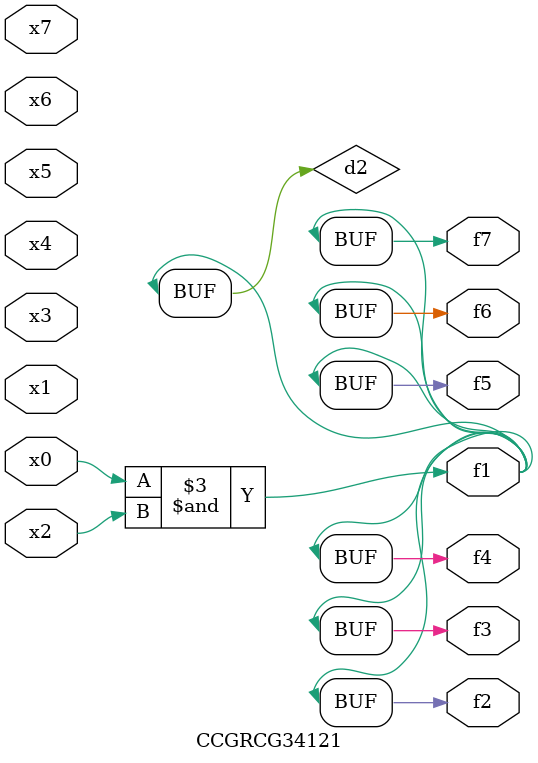
<source format=v>
module CCGRCG34121(
	input x0, x1, x2, x3, x4, x5, x6, x7,
	output f1, f2, f3, f4, f5, f6, f7
);

	wire d1, d2;

	nor (d1, x3, x6);
	and (d2, x0, x2);
	assign f1 = d2;
	assign f2 = d2;
	assign f3 = d2;
	assign f4 = d2;
	assign f5 = d2;
	assign f6 = d2;
	assign f7 = d2;
endmodule

</source>
